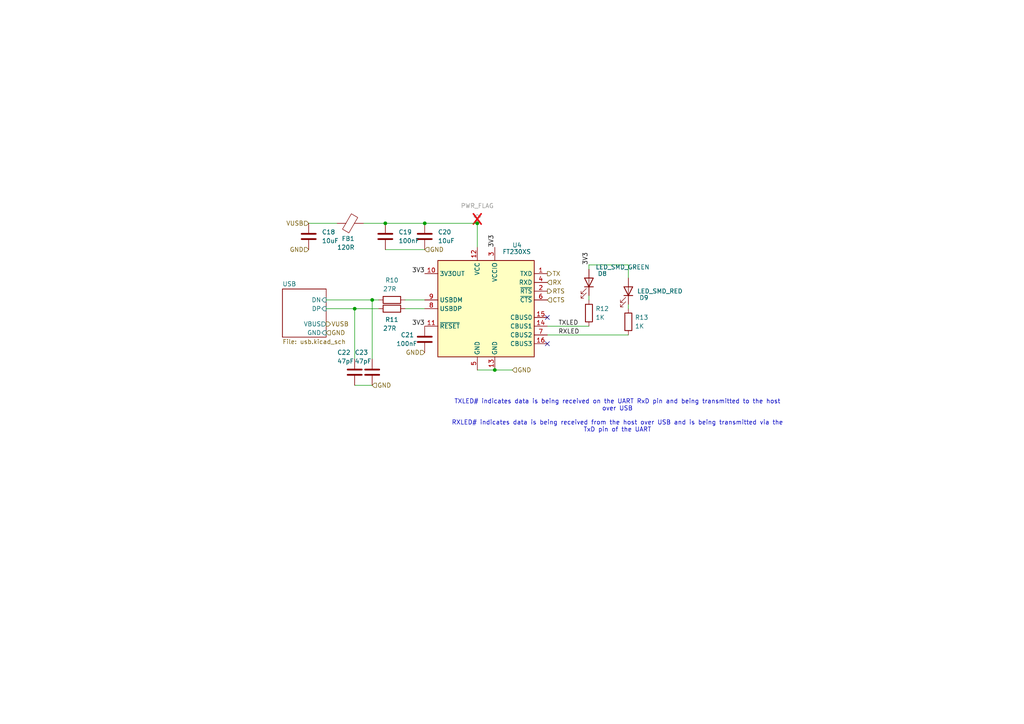
<source format=kicad_sch>
(kicad_sch (version 20231120) (generator "eeschema") (generator_version "8.0")
  (paper "A4")
  (lib_symbols
    (symbol "Device:C" (pin_numbers hide) (pin_names (offset 0.254))
      (property "Reference" "C" (at 0.635 2.54 0))
      (property "Value" "C" (at 0.635 -2.54 0))
      (symbol "C_0_1"
        (polyline (pts (xy -2.032 -0.762) (xy 2.032 -0.762)) (stroke (width 0.508)))
        (polyline (pts (xy -2.032 0.762) (xy 2.032 0.762)) (stroke (width 0.508)))
      )
      (symbol "C_1_1"
        (pin passive line (at 0 3.81 270) (length 2.794) (name "~") (number "1"))
        (pin passive line (at 0 -3.81 90) (length 2.794) (name "~") (number "2"))
      )
    )
    (symbol "Device:FerriteBead" (pin_numbers hide) (pin_names (offset 0))
      (property "Reference" "FB" (at -3.81 0.635 90))
      (property "Value" "FerriteBead" (at 3.81 0 90))
      (symbol "FerriteBead_0_1"
        (polyline (pts (xy 0 -1.27) (xy 0 -1.2192)))
        (polyline (pts (xy 0 1.27) (xy 0 1.2954)))
        (polyline (pts (xy -2.7686 0.4064) (xy -1.7018 2.2606) (xy 2.7686 -0.3048) (xy 1.6764 -2.159) (xy -2.7686 0.4064)))
      )
      (symbol "FerriteBead_1_1"
        (pin passive line (at 0 3.81 270) (length 2.54) (name "~") (number "1"))
        (pin passive line (at 0 -3.81 90) (length 2.54) (name "~") (number "2"))
      )
    )
    (symbol "Device:LED" (pin_numbers hide) (pin_names (offset 1.016) hide)
      (property "Reference" "D" (at 0 2.54 0))
      (property "Value" "LED" (at 0 -2.54 0))
      (symbol "LED_0_1"
        (polyline (pts (xy -1.27 -1.27) (xy -1.27 1.27)) (stroke (width 0.254)))
        (polyline (pts (xy -1.27 0) (xy 1.27 0)))
        (polyline (pts (xy 1.27 -1.27) (xy 1.27 1.27) (xy -1.27 0) (xy 1.27 -1.27)) (stroke (width 0.254)))
        (polyline (pts (xy -3.048 -0.762) (xy -4.572 -2.286) (xy -3.81 -2.286) (xy -4.572 -2.286) (xy -4.572 -1.524)))
        (polyline (pts (xy -1.778 -0.762) (xy -3.302 -2.286) (xy -2.54 -2.286) (xy -3.302 -2.286) (xy -3.302 -1.524)))
      )
      (symbol "LED_1_1"
        (pin passive line (at -3.81 0 0) (length 2.54) (name "K") (number "1"))
        (pin passive line (at 3.81 0 180) (length 2.54) (name "A") (number "2"))
      )
    )
    (symbol "Device:R" (pin_numbers hide) (pin_names (offset 0))
      (property "Reference" "R" (at 2.032 0 90))
      (property "Value" "R" (at 0 0 90))
      (symbol "R_0_1"
        (rectangle (start -1.016 -2.54) (end 1.016 2.54) (stroke (width 0.254)))
      )
      (symbol "R_1_1"
        (pin passive line (at 0 3.81 270) (length 1.27) (name "~") (number "1"))
        (pin passive line (at 0 -3.81 90) (length 1.27) (name "~") (number "2"))
      )
    )
    (symbol "Interface_USB:FT230XS"
      (property "Reference" "U" (at -13.97 15.24 0))
      (property "Value" "FT230XS" (at 7.62 15.24 0))
      (symbol "FT230XS_0_1"
        (rectangle (start -13.97 13.97) (end 13.97 -13.97) (stroke (width 0.254)) (fill (type background)))
      )
      (symbol "FT230XS_1_1"
        (pin output line (at 17.78 10.16 180) (length 3.81) (name "TXD") (number "1"))
        (pin power_out line (at -17.78 10.16 0) (length 3.81) (name "3V3OUT") (number "10"))
        (pin input line (at -17.78 -5.08 0) (length 3.81) (name "~{RESET}") (number "11"))
        (pin power_in line (at -2.54 17.78 270) (length 3.81) (name "VCC") (number "12"))
        (pin power_in line (at 2.54 -17.78 90) (length 3.81) (name "GND") (number "13"))
        (pin bidirectional line (at 17.78 -5.08 180) (length 3.81) (name "CBUS1") (number "14"))
        (pin bidirectional line (at 17.78 -2.54 180) (length 3.81) (name "CBUS0") (number "15"))
        (pin bidirectional line (at 17.78 -10.16 180) (length 3.81) (name "CBUS3") (number "16"))
        (pin output line (at 17.78 5.08 180) (length 3.81) (name "~{RTS}") (number "2"))
        (pin power_in line (at 2.54 17.78 270) (length 3.81) (name "VCCIO") (number "3"))
        (pin input line (at 17.78 7.62 180) (length 3.81) (name "RXD") (number "4"))
        (pin power_in line (at -2.54 -17.78 90) (length 3.81) (name "GND") (number "5"))
        (pin input line (at 17.78 2.54 180) (length 3.81) (name "~{CTS}") (number "6"))
        (pin bidirectional line (at 17.78 -7.62 180) (length 3.81) (name "CBUS2") (number "7"))
        (pin bidirectional line (at -17.78 0 0) (length 3.81) (name "USBDP") (number "8"))
        (pin bidirectional line (at -17.78 2.54 0) (length 3.81) (name "USBDM") (number "9"))
      )
    )
    (symbol "power:PWR_FLAG" (power) (pin_numbers hide) (pin_names (offset 0) hide)
      (property "Value" "PWR_FLAG" (at 0 3.81 0))
      (symbol "PWR_FLAG_0_0"
        (pin power_out line (at 0 0 90) (length 0) (name "~") (number "1"))
      )
      (symbol "PWR_FLAG_0_1"
        (polyline (pts (xy 0 0) (xy 0 1.27) (xy -1.016 1.905) (xy 0 2.54) (xy 1.016 1.905) (xy 0 1.27)))
      )
    )
  )
  (junction (at 143.51 107.315))
  (junction (at 111.76 64.77))
  (junction (at 138.43 64.77))
  (junction (at 102.87 89.535))
  (junction (at 123.19 64.77))
  (junction (at 107.95 86.995))
  (no_connect (at 158.75 99.695))
  (no_connect (at 158.75 92.075))
  (wire (pts (xy 94.615 89.535) (xy 102.87 89.535)))
  (wire (pts (xy 117.475 89.535) (xy 123.19 89.535)))
  (wire (pts (xy 111.76 64.77) (xy 123.19 64.77)))
  (wire (pts (xy 107.95 86.995) (xy 109.855 86.995)))
  (wire (pts (xy 111.76 72.39) (xy 123.19 72.39)))
  (wire (pts (xy 89.535 64.77) (xy 97.79 64.77)))
  (wire (pts (xy 158.75 94.615) (xy 170.815 94.615)))
  (wire (pts (xy 182.245 88.265) (xy 182.245 89.535)))
  (wire (pts (xy 138.43 107.315) (xy 143.51 107.315)))
  (wire (pts (xy 123.19 64.77) (xy 138.43 64.77)))
  (wire (pts (xy 102.87 111.76) (xy 107.95 111.76)))
  (wire (pts (xy 143.51 107.315) (xy 148.59 107.315)))
  (wire (pts (xy 170.815 76.835) (xy 170.815 78.105)))
  (wire (pts (xy 170.815 76.835) (xy 182.245 76.835)))
  (wire (pts (xy 170.815 85.725) (xy 170.815 86.995)))
  (wire (pts (xy 182.245 76.835) (xy 182.245 80.645)))
  (wire (pts (xy 158.75 97.155) (xy 182.245 97.155)))
  (wire (pts (xy 105.41 64.77) (xy 111.76 64.77)))
  (wire (pts (xy 94.615 86.995) (xy 107.95 86.995)))
  (wire (pts (xy 102.87 89.535) (xy 109.855 89.535)))
  (wire (pts (xy 138.43 64.77) (xy 138.43 71.755)))
  (wire (pts (xy 117.475 86.995) (xy 123.19 86.995)))
  (wire (pts (xy 102.87 104.14) (xy 102.87 89.535)))
  (wire (pts (xy 107.95 86.995) (xy 107.95 104.14)))
  (text "TXLED# indicates data is being received on the UART RxD pin and being transmitted to the host\nover USB\n\nRXLED# indicates data is being received from the host over USB and is being transmitted via the\nTxD pin of the UART" (at 179.07 120.65 0) (effects (font (size 1.27 1.27))))
  (label "TXLED" (at 161.925 94.615 0))
  (label "RXLED" (at 161.925 97.155 0))
  (label "3V3" (at 170.815 76.835 90))
  (label "3V3" (at 123.19 94.615 180))
  (label "3V3" (at 123.19 79.375 180))
  (label "3V3" (at 143.51 71.755 90))
  (hierarchical_label "CTS" (shape input) (at 158.75 86.995 0))
  (hierarchical_label "RX" (shape input) (at 158.75 81.915 0))
  (hierarchical_label "RTS" (shape output) (at 158.75 84.455 0))
  (hierarchical_label "GND" (shape input) (at 89.535 72.39 180))
  (hierarchical_label "VUSB" (shape output) (at 94.615 93.98 0))
  (hierarchical_label "GND" (shape input) (at 107.95 111.76 0))
  (hierarchical_label "GND" (shape input) (at 123.19 72.39 0))
  (hierarchical_label "VUSB" (shape input) (at 89.535 64.77 180))
  (hierarchical_label "GND" (shape input) (at 94.615 96.52 0))
  (hierarchical_label "GND" (shape input) (at 148.59 107.315 0))
  (hierarchical_label "GND" (shape input) (at 123.19 102.235 180))
  (hierarchical_label "TX" (shape output) (at 158.75 79.375 0))
  (symbol (lib_id "Device:LED") (at 170.815 81.915 270) (mirror x) (unit 1)
    (property "Reference" "D8" (at 173.355 79.375 90) (effects (justify left)))
    (property "Value" "LED_SMD_GREEN" (at 172.72 77.47 90) (effects (justify left)))
    (property "Footprint" "LED_SMD:LED_0603_1608Metric_Pad1.05x0.95mm_HandSolder" (effects (hide yes)))
    (property "Datasheet" "https://optoelectronics.liteon.com/upload/download/DS22-2000-228/LTST-C191KGKT.PDF" (effects (hide yes)))
    (property "Description" "Light emitting diode" (effects (hide yes)))
    (property "Color" "Green" (effects (hide yes)))
    (property "Voltage" "2" (effects (hide yes)))
    (property "MANUFACTURER" "Lite-On" (effects (hide yes)))
    (property "PARTREV" "LTST-C191KGKT" (effects (hide yes)))
    (instances (project "aux_board" (path "" (reference "D8") (unit 1)) (path "" (reference "D10") (unit 1))))
  )
  (symbol (lib_id "Device:C") (at 123.19 68.58 0) (unit 1)
    (property "Reference" "C20" (at 127 67.3099 0) (effects (justify left)))
    (property "Value" "10uF" (at 127 69.8499 0) (effects (justify left)))
    (property "Footprint" "Capacitor_SMD:C_0603_1608Metric_Pad1.08x0.95mm_HandSolder" (effects (hide yes)))
    (property "Datasheet" "https://search.murata.co.jp/Ceramy/image/img/A01X/G101/ENG/GRM188R61C106MAAL-01.pdf" (effects (hide yes)))
    (property "Description" "Unpolarized capacitor" (effects (hide yes)))
    (property "Tolerance" "20" (effects (hide yes)))
    (property "Voltage" "16" (effects (hide yes)))
    (property "Temperture Coefficient" "X5R" (effects (hide yes)))
    (property "MANUFACTURER" "Murata" (effects (hide yes)))
    (property "PARTREV" "GRM188R61C106MAALD" (effects (hide yes)))
    (instances (project "aux_board" (path "" (reference "C20") (unit 1)) (path "" (reference "C26") (unit 1))))
  )
  (symbol (lib_id "Device:LED") (at 182.245 84.455 270) (mirror x) (unit 1)
    (property "Reference" "D9" (at 185.42 86.36 90) (effects (justify left)))
    (property "Value" "LED_SMD_RED" (at 184.785 84.455 90) (effects (justify left)))
    (property "Footprint" "LED_SMD:LED_0603_1608Metric_Pad1.05x0.95mm_HandSolder" (effects (hide yes)))
    (property "Datasheet" "https://optoelectronics.liteon.com/upload/download/DS22-2000-223/LTST-C191KRKT.PDF" (effects (hide yes)))
    (property "Description" "Light emitting diode" (effects (hide yes)))
    (property "Color" "Red" (effects (hide yes)))
    (property "Voltage" "2" (effects (hide yes)))
    (property "MANUFACTURER" "Lite-On" (effects (hide yes)))
    (property "PARTREV" "LTST-C191KRKT" (effects (hide yes)))
    (instances (project "aux_board" (path "" (reference "D9") (unit 1)) (path "" (reference "D11") (unit 1))))
  )
  (symbol (lib_id "Device:R") (at 170.815 90.805 0) (unit 1)
    (property "Reference" "R12" (at 172.72 89.5349 0) (effects (justify left)))
    (property "Value" "1K" (at 172.72 92.0749 0) (effects (justify left)))
    (property "Footprint" "Resistor_SMD:R_0402_1005Metric_Pad0.72x0.64mm_HandSolder" (effects (hide yes)))
    (property "Datasheet" "https://www.yageo.com/upload/media/product/products/datasheet/rchip/PYu-RC_Group_51_RoHS_L_12.pdf" (effects (hide yes)))
    (property "Description" "Resistor" (effects (hide yes)))
    (property "Note" "LED" (effects (hide yes)))
    (property "Tolerance" "1" (effects (hide yes)))
    (property "MANUFACTURER" "YAGEO" (effects (hide yes)))
    (property "PARTREV" "RC0402FR-071KL" (effects (hide yes)))
    (instances (project "aux_board" (path "" (reference "R12") (unit 1)) (path "" (reference "R18") (unit 1))))
  )
  (symbol (lib_id "Interface_USB:FT230XS") (at 140.97 89.535 0) (unit 1)
    (property "Reference" "U4" (at 148.59 71.12 0) (effects (justify left)))
    (property "Value" "FT230XS" (at 145.7041 73.025 0) (effects (justify left)))
    (property "Footprint" "Package_SO:SSOP-16_3.9x4.9mm_P0.635mm" (effects (hide yes)))
    (property "Datasheet" "https://www.ftdichip.com/Support/Documents/DataSheets/ICs/DS_FT230X.pdf" (effects (hide yes)))
    (property "Description" "Full Speed USB to Basic UART, SSOP-16" (effects (hide yes)))
    (property "MANUFACTURER" "FTDI" (effects (hide yes)))
    (property "PARTREV" "FT230XS-R" (effects (hide yes)))
    (instances (project "" (path "" (reference "U4") (unit 1)) (path "" (reference "U5") (unit 1))))
  )
  (symbol (lib_id "Device:C") (at 107.95 107.95 0) (unit 1)
    (property "Reference" "C23" (at 102.87 102.235 0) (effects (justify left)))
    (property "Value" "47pF" (at 102.87 104.775 0) (effects (justify left)))
    (property "Footprint" "Capacitor_SMD:C_0402_1005Metric_Pad0.74x0.62mm_HandSolder" (effects (hide yes)))
    (property "Datasheet" "https://search.murata.co.jp/Ceramy/image/img/A01X/G101/ENG/GRM1555C1H470JA01-01.pdf" (effects (hide yes)))
    (property "Description" "Unpolarized capacitor" (effects (hide yes)))
    (property "Tolerance" "5" (effects (hide yes)))
    (property "Voltage" "50" (effects (hide yes)))
    (property "Temperture Coefficient" "C0G/NP0" (effects (hide yes)))
    (property "MANUFACTURER" "Murata" (effects (hide yes)))
    (property "PARTREV" "GRM1555C1H470JA01D" (effects (hide yes)))
    (instances (project "aux_board" (path "" (reference "C23") (unit 1)) (path "" (reference "C29") (unit 1))))
  )
  (symbol (lib_id "Device:R") (at 182.245 93.345 0) (unit 1)
    (property "Reference" "R13" (at 184.15 92.0749 0) (effects (justify left)))
    (property "Value" "1K" (at 184.15 94.6149 0) (effects (justify left)))
    (property "Footprint" "Resistor_SMD:R_0402_1005Metric_Pad0.72x0.64mm_HandSolder" (effects (hide yes)))
    (property "Datasheet" "https://www.yageo.com/upload/media/product/products/datasheet/rchip/PYu-RC_Group_51_RoHS_L_12.pdf" (effects (hide yes)))
    (property "Description" "Resistor" (effects (hide yes)))
    (property "Note" "LED" (effects (hide yes)))
    (property "Tolerance" "1" (effects (hide yes)))
    (property "MANUFACTURER" "YAGEO" (effects (hide yes)))
    (property "PARTREV" "RC0402FR-071KL" (effects (hide yes)))
    (instances (project "aux_board" (path "" (reference "R13") (unit 1)) (path "" (reference "R19") (unit 1))))
  )
  (symbol (lib_id "power:PWR_FLAG") (at 138.43 64.77 0) (unit 1) (dnp yes)
    (property "Reference" "#FLG03" (effects (hide yes)))
    (property "Value" "PWR_FLAG" (at 138.43 59.69 0))
    (property "Description" "Special symbol for telling ERC where power comes from" (effects (hide yes)))
    (instances (project "" (path "" (reference "#FLG03") (unit 1)) (path "" (reference "#FLG05") (unit 1))))
  )
  (symbol (lib_id "Device:R") (at 113.665 86.995 90) (unit 1)
    (property "Reference" "R10" (at 113.665 81.28 90))
    (property "Value" "27R" (at 113.03 83.82 90))
    (property "Footprint" "Resistor_SMD:R_0603_1608Metric_Pad0.98x0.95mm_HandSolder" (effects (hide yes)))
    (property "Datasheet" "https://www.yageo.com/upload/media/product/products/datasheet/rchip/PYu-RC_Group_51_RoHS_L_12.pdf" (effects (hide yes)))
    (property "Description" "Resistor" (effects (hide yes)))
    (property "Tolerance" "1" (effects (hide yes)))
    (property "MANUFACTURER" "YAGEO" (effects (hide yes)))
    (property "PARTREV" "RC0603FR-0727RL" (effects (hide yes)))
    (property "Note" "FTDI" (effects (hide yes)))
    (instances (project "" (path "" (reference "R10") (unit 1)) (path "" (reference "R16") (unit 1))))
  )
  (symbol (lib_id "Device:C") (at 123.19 98.425 0) (unit 1)
    (property "Reference" "C21" (at 116.205 97.155 0) (effects (justify left)))
    (property "Value" "100nF" (at 114.935 99.695 0) (effects (justify left)))
    (property "Footprint" "Capacitor_SMD:C_0402_1005Metric_Pad0.74x0.62mm_HandSolder" (effects (hide yes)))
    (property "Datasheet" "https://search.murata.co.jp/Ceramy/image/img/A01X/G101/ENG/GRM155R61E104KA87-01.pdf" (effects (hide yes)))
    (property "Description" "Unpolarized capacitor" (effects (hide yes)))
    (property "Tolerance" "10" (effects (hide yes)))
    (property "Voltage" "25" (effects (hide yes)))
    (property "Temperture Coefficient" "X5R" (effects (hide yes)))
    (property "MANUFACTURER" "Murata" (effects (hide yes)))
    (property "PARTREV" "GRM155R61E104KA87D" (effects (hide yes)))
    (instances (project "aux_board" (path "" (reference "C21") (unit 1)) (path "" (reference "C27") (unit 1))))
  )
  (symbol (lib_id "Device:C") (at 102.87 107.95 0) (unit 1)
    (property "Reference" "C22" (at 97.79 102.235 0) (effects (justify left)))
    (property "Value" "47pF" (at 97.79 104.775 0) (effects (justify left)))
    (property "Footprint" "Capacitor_SMD:C_0402_1005Metric_Pad0.74x0.62mm_HandSolder" (effects (hide yes)))
    (property "Datasheet" "https://search.murata.co.jp/Ceramy/image/img/A01X/G101/ENG/GRM1555C1H470JA01-01.pdf" (effects (hide yes)))
    (property "Description" "Unpolarized capacitor" (effects (hide yes)))
    (property "Tolerance" "5" (effects (hide yes)))
    (property "Voltage" "50" (effects (hide yes)))
    (property "Temperture Coefficient" "C0G/NP0" (effects (hide yes)))
    (property "MANUFACTURER" "Murata" (effects (hide yes)))
    (property "PARTREV" "GRM1555C1H470JA01D" (effects (hide yes)))
    (instances (project "aux_board" (path "" (reference "C22") (unit 1)) (path "" (reference "C28") (unit 1))))
  )
  (symbol (lib_id "Device:C") (at 111.76 68.58 0) (unit 1)
    (property "Reference" "C19" (at 115.57 67.3099 0) (effects (justify left)))
    (property "Value" "100nF" (at 115.57 69.8499 0) (effects (justify left)))
    (property "Footprint" "Capacitor_SMD:C_0402_1005Metric_Pad0.74x0.62mm_HandSolder" (effects (hide yes)))
    (property "Datasheet" "https://search.murata.co.jp/Ceramy/image/img/A01X/G101/ENG/GRM155R61E104KA87-01.pdf" (effects (hide yes)))
    (property "Description" "Unpolarized capacitor" (effects (hide yes)))
    (property "Tolerance" "10" (effects (hide yes)))
    (property "Voltage" "25" (effects (hide yes)))
    (property "Temperture Coefficient" "X5R" (effects (hide yes)))
    (property "MANUFACTURER" "Murata" (effects (hide yes)))
    (property "PARTREV" "GRM155R61E104KA87D" (effects (hide yes)))
    (instances (project "" (path "" (reference "C19") (unit 1)) (path "" (reference "C25") (unit 1))))
  )
  (symbol (lib_id "Device:C") (at 89.535 68.58 0) (unit 1)
    (property "Reference" "C18" (at 93.345 67.3099 0) (effects (justify left)))
    (property "Value" "10uF" (at 93.345 69.8499 0) (effects (justify left)))
    (property "Footprint" "Capacitor_SMD:C_0603_1608Metric_Pad1.08x0.95mm_HandSolder" (effects (hide yes)))
    (property "Datasheet" "https://search.murata.co.jp/Ceramy/image/img/A01X/G101/ENG/GRM188R61C106MAAL-01.pdf" (effects (hide yes)))
    (property "Description" "Unpolarized capacitor" (effects (hide yes)))
    (property "Tolerance" "20" (effects (hide yes)))
    (property "Voltage" "16" (effects (hide yes)))
    (property "Temperture Coefficient" "X5R" (effects (hide yes)))
    (property "MANUFACTURER" "Murata" (effects (hide yes)))
    (property "PARTREV" "GRM188R61C106MAALD" (effects (hide yes)))
    (instances (project "aux_board" (path "" (reference "C18") (unit 1)) (path "" (reference "C24") (unit 1))))
  )
  (symbol (lib_id "Device:FerriteBead") (at 101.6 64.77 90) (unit 1)
    (property "Reference" "FB1" (at 102.87 69.215 90) (effects (justify left)))
    (property "Value" "120R" (at 102.87 71.755 90) (effects (justify left)))
    (property "Footprint" "Inductor_SMD:L_0603_1608Metric_Pad1.05x0.95mm_HandSolder" (effects (hide yes)))
    (property "Datasheet" "https://www.murata.com/en-us/products/productdata/8796738650142/ENFA0003.pdf" (effects (hide yes)))
    (property "Description" "Ferrite bead" (effects (hide yes)))
    (property "Amps" "2" (effects (hide yes)))
    (property "MANUFACTURER" "Murata" (effects (hide yes)))
    (property "PARTREV" "BLM18PG121SN1D" (effects (hide yes)))
    (instances (project "aux_board" (path "" (reference "FB1") (unit 1)) (path "" (reference "FB2") (unit 1))))
  )
  (symbol (lib_id "Device:R") (at 113.665 89.535 90) (unit 1)
    (property "Reference" "R11" (at 113.665 92.71 90))
    (property "Value" "27R" (at 113.03 95.25 90))
    (property "Footprint" "Resistor_SMD:R_0603_1608Metric_Pad0.98x0.95mm_HandSolder" (effects (hide yes)))
    (property "Datasheet" "https://www.yageo.com/upload/media/product/products/datasheet/rchip/PYu-RC_Group_51_RoHS_L_12.pdf" (effects (hide yes)))
    (property "Description" "Resistor" (effects (hide yes)))
    (property "Tolerance" "1" (effects (hide yes)))
    (property "MANUFACTURER" "YAGEO" (effects (hide yes)))
    (property "PARTREV" "RC0603FR-0727RL" (effects (hide yes)))
    (property "Note" "FTDI" (effects (hide yes)))
    (instances (project "aux_board" (path "" (reference "R11") (unit 1)) (path "" (reference "R17") (unit 1))))
  )
  (sheet (at 81.915 83.82) (size 12.7 13.97) (stroke (width 0.1524))
    (property "Sheetname" "USB" (at 81.915 83.1084 0) (effects (justify left bottom)))
    (property "Sheetfile" "usb.kicad_sch" (at 81.915 98.3746 0) (effects (justify left top)))
    (pin "GND" input (at 94.615 96.52 0))
    (pin "VBUS" output (at 94.615 93.98 0))
    (pin "DN" input (at 94.615 86.995 0))
    (pin "DP" input (at 94.615 89.535 0))
  )
)
</source>
